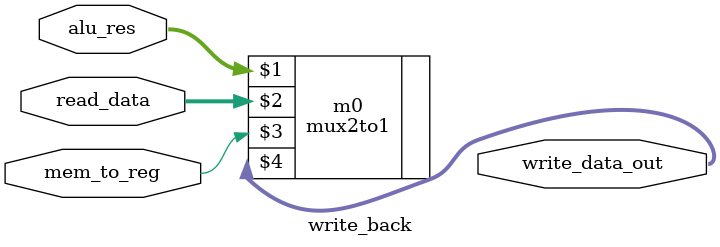
<source format=v>
`include "mux.v"

module write_back (

    input mem_to_reg,
    input [31:0] alu_res,
    input [31:0] read_data,

    output [31:0] write_data_out

);

    // Write your code below.
    mux2to1     #(32)   m0(alu_res, read_data, mem_to_reg, write_data_out);


endmodule

</source>
